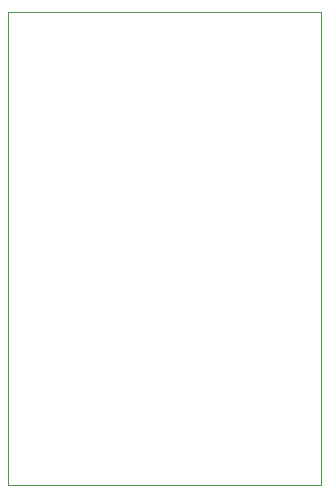
<source format=gbr>
%TF.GenerationSoftware,KiCad,Pcbnew,7.0.10*%
%TF.CreationDate,2024-02-28T22:59:02-05:00*%
%TF.ProjectId,DW1000 BU-01,44573130-3030-4204-9255-2d30312e6b69,rev?*%
%TF.SameCoordinates,Original*%
%TF.FileFunction,Profile,NP*%
%FSLAX46Y46*%
G04 Gerber Fmt 4.6, Leading zero omitted, Abs format (unit mm)*
G04 Created by KiCad (PCBNEW 7.0.10) date 2024-02-28 22:59:02*
%MOMM*%
%LPD*%
G01*
G04 APERTURE LIST*
%TA.AperFunction,Profile*%
%ADD10C,0.100000*%
%TD*%
G04 APERTURE END LIST*
D10*
X-250000Y-250000D02*
X26250000Y-250000D01*
X26250000Y-40250000D01*
X-250000Y-40250000D01*
X-250000Y-250000D01*
M02*

</source>
